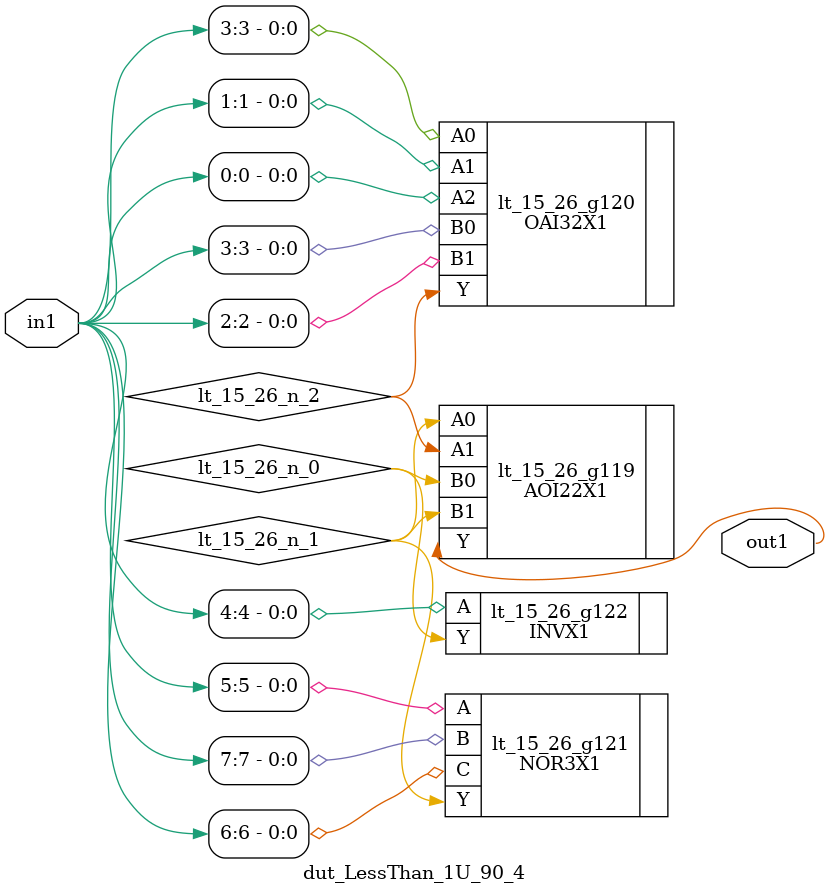
<source format=v>
`timescale 1ps / 1ps


module dut_LessThan_1U_90_4(in1, out1);
  input [7:0] in1;
  output out1;
  wire [7:0] in1;
  wire out1;
  wire lt_15_26_n_0, lt_15_26_n_1, lt_15_26_n_2;
  AOI22X1 lt_15_26_g119(.A0 (lt_15_26_n_1), .A1 (lt_15_26_n_2), .B0
       (lt_15_26_n_0), .B1 (lt_15_26_n_1), .Y (out1));
  OAI32X1 lt_15_26_g120(.A0 (in1[3]), .A1 (in1[1]), .A2 (in1[0]), .B0
       (in1[3]), .B1 (in1[2]), .Y (lt_15_26_n_2));
  NOR3X1 lt_15_26_g121(.A (in1[5]), .B (in1[7]), .C (in1[6]), .Y
       (lt_15_26_n_1));
  INVX1 lt_15_26_g122(.A (in1[4]), .Y (lt_15_26_n_0));
endmodule



</source>
